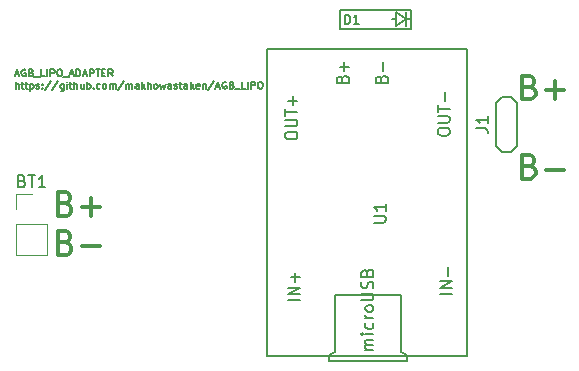
<source format=gto>
G04 #@! TF.GenerationSoftware,KiCad,Pcbnew,(5.1.5)-2*
G04 #@! TF.CreationDate,2020-01-26T14:31:08-07:00*
G04 #@! TF.ProjectId,AGB_LIPO,4147425f-4c49-4504-9f2e-6b696361645f,rev?*
G04 #@! TF.SameCoordinates,Original*
G04 #@! TF.FileFunction,Legend,Top*
G04 #@! TF.FilePolarity,Positive*
%FSLAX46Y46*%
G04 Gerber Fmt 4.6, Leading zero omitted, Abs format (unit mm)*
G04 Created by KiCad (PCBNEW (5.1.5)-2) date 2020-01-26 14:31:08*
%MOMM*%
%LPD*%
G04 APERTURE LIST*
%ADD10C,0.150000*%
%ADD11C,0.300000*%
%ADD12C,0.120000*%
G04 APERTURE END LIST*
D10*
X75633214Y-26075000D02*
X75918929Y-26075000D01*
X75576071Y-26246428D02*
X75776071Y-25646428D01*
X75976071Y-26246428D01*
X76490357Y-25675000D02*
X76433214Y-25646428D01*
X76347500Y-25646428D01*
X76261786Y-25675000D01*
X76204643Y-25732142D01*
X76176071Y-25789285D01*
X76147500Y-25903571D01*
X76147500Y-25989285D01*
X76176071Y-26103571D01*
X76204643Y-26160714D01*
X76261786Y-26217857D01*
X76347500Y-26246428D01*
X76404643Y-26246428D01*
X76490357Y-26217857D01*
X76518929Y-26189285D01*
X76518929Y-25989285D01*
X76404643Y-25989285D01*
X76976071Y-25932142D02*
X77061786Y-25960714D01*
X77090357Y-25989285D01*
X77118929Y-26046428D01*
X77118929Y-26132142D01*
X77090357Y-26189285D01*
X77061786Y-26217857D01*
X77004643Y-26246428D01*
X76776071Y-26246428D01*
X76776071Y-25646428D01*
X76976071Y-25646428D01*
X77033214Y-25675000D01*
X77061786Y-25703571D01*
X77090357Y-25760714D01*
X77090357Y-25817857D01*
X77061786Y-25875000D01*
X77033214Y-25903571D01*
X76976071Y-25932142D01*
X76776071Y-25932142D01*
X77233214Y-26303571D02*
X77690357Y-26303571D01*
X78118929Y-26246428D02*
X77833214Y-26246428D01*
X77833214Y-25646428D01*
X78318929Y-26246428D02*
X78318929Y-25646428D01*
X78604643Y-26246428D02*
X78604643Y-25646428D01*
X78833214Y-25646428D01*
X78890357Y-25675000D01*
X78918929Y-25703571D01*
X78947500Y-25760714D01*
X78947500Y-25846428D01*
X78918929Y-25903571D01*
X78890357Y-25932142D01*
X78833214Y-25960714D01*
X78604643Y-25960714D01*
X79318929Y-25646428D02*
X79433214Y-25646428D01*
X79490357Y-25675000D01*
X79547500Y-25732142D01*
X79576071Y-25846428D01*
X79576071Y-26046428D01*
X79547500Y-26160714D01*
X79490357Y-26217857D01*
X79433214Y-26246428D01*
X79318929Y-26246428D01*
X79261786Y-26217857D01*
X79204643Y-26160714D01*
X79176071Y-26046428D01*
X79176071Y-25846428D01*
X79204643Y-25732142D01*
X79261786Y-25675000D01*
X79318929Y-25646428D01*
X79690357Y-26303571D02*
X80147500Y-26303571D01*
X80261786Y-26075000D02*
X80547500Y-26075000D01*
X80204643Y-26246428D02*
X80404643Y-25646428D01*
X80604643Y-26246428D01*
X80804643Y-26246428D02*
X80804643Y-25646428D01*
X80947500Y-25646428D01*
X81033214Y-25675000D01*
X81090357Y-25732142D01*
X81118929Y-25789285D01*
X81147500Y-25903571D01*
X81147500Y-25989285D01*
X81118929Y-26103571D01*
X81090357Y-26160714D01*
X81033214Y-26217857D01*
X80947500Y-26246428D01*
X80804643Y-26246428D01*
X81376071Y-26075000D02*
X81661786Y-26075000D01*
X81318929Y-26246428D02*
X81518929Y-25646428D01*
X81718929Y-26246428D01*
X81918929Y-26246428D02*
X81918929Y-25646428D01*
X82147500Y-25646428D01*
X82204643Y-25675000D01*
X82233214Y-25703571D01*
X82261786Y-25760714D01*
X82261786Y-25846428D01*
X82233214Y-25903571D01*
X82204643Y-25932142D01*
X82147500Y-25960714D01*
X81918929Y-25960714D01*
X82433214Y-25646428D02*
X82776071Y-25646428D01*
X82604643Y-26246428D02*
X82604643Y-25646428D01*
X82976071Y-25932142D02*
X83176071Y-25932142D01*
X83261786Y-26246428D02*
X82976071Y-26246428D01*
X82976071Y-25646428D01*
X83261786Y-25646428D01*
X83861786Y-26246428D02*
X83661786Y-25960714D01*
X83518929Y-26246428D02*
X83518929Y-25646428D01*
X83747500Y-25646428D01*
X83804643Y-25675000D01*
X83833214Y-25703571D01*
X83861786Y-25760714D01*
X83861786Y-25846428D01*
X83833214Y-25903571D01*
X83804643Y-25932142D01*
X83747500Y-25960714D01*
X83518929Y-25960714D01*
X75661786Y-27296428D02*
X75661786Y-26696428D01*
X75918929Y-27296428D02*
X75918929Y-26982142D01*
X75890357Y-26925000D01*
X75833214Y-26896428D01*
X75747500Y-26896428D01*
X75690357Y-26925000D01*
X75661786Y-26953571D01*
X76118929Y-26896428D02*
X76347500Y-26896428D01*
X76204643Y-26696428D02*
X76204643Y-27210714D01*
X76233214Y-27267857D01*
X76290357Y-27296428D01*
X76347500Y-27296428D01*
X76461786Y-26896428D02*
X76690357Y-26896428D01*
X76547500Y-26696428D02*
X76547500Y-27210714D01*
X76576071Y-27267857D01*
X76633214Y-27296428D01*
X76690357Y-27296428D01*
X76890357Y-26896428D02*
X76890357Y-27496428D01*
X76890357Y-26925000D02*
X76947500Y-26896428D01*
X77061786Y-26896428D01*
X77118929Y-26925000D01*
X77147500Y-26953571D01*
X77176071Y-27010714D01*
X77176071Y-27182142D01*
X77147500Y-27239285D01*
X77118929Y-27267857D01*
X77061786Y-27296428D01*
X76947500Y-27296428D01*
X76890357Y-27267857D01*
X77404643Y-27267857D02*
X77461786Y-27296428D01*
X77576071Y-27296428D01*
X77633214Y-27267857D01*
X77661786Y-27210714D01*
X77661786Y-27182142D01*
X77633214Y-27125000D01*
X77576071Y-27096428D01*
X77490357Y-27096428D01*
X77433214Y-27067857D01*
X77404643Y-27010714D01*
X77404643Y-26982142D01*
X77433214Y-26925000D01*
X77490357Y-26896428D01*
X77576071Y-26896428D01*
X77633214Y-26925000D01*
X77918929Y-27239285D02*
X77947500Y-27267857D01*
X77918929Y-27296428D01*
X77890357Y-27267857D01*
X77918929Y-27239285D01*
X77918929Y-27296428D01*
X77918929Y-26925000D02*
X77947500Y-26953571D01*
X77918929Y-26982142D01*
X77890357Y-26953571D01*
X77918929Y-26925000D01*
X77918929Y-26982142D01*
X78633214Y-26667857D02*
X78118929Y-27439285D01*
X79261786Y-26667857D02*
X78747500Y-27439285D01*
X79718929Y-26896428D02*
X79718929Y-27382142D01*
X79690357Y-27439285D01*
X79661786Y-27467857D01*
X79604643Y-27496428D01*
X79518929Y-27496428D01*
X79461786Y-27467857D01*
X79718929Y-27267857D02*
X79661786Y-27296428D01*
X79547500Y-27296428D01*
X79490357Y-27267857D01*
X79461786Y-27239285D01*
X79433214Y-27182142D01*
X79433214Y-27010714D01*
X79461786Y-26953571D01*
X79490357Y-26925000D01*
X79547500Y-26896428D01*
X79661786Y-26896428D01*
X79718929Y-26925000D01*
X80004643Y-27296428D02*
X80004643Y-26896428D01*
X80004643Y-26696428D02*
X79976071Y-26725000D01*
X80004643Y-26753571D01*
X80033214Y-26725000D01*
X80004643Y-26696428D01*
X80004643Y-26753571D01*
X80204643Y-26896428D02*
X80433214Y-26896428D01*
X80290357Y-26696428D02*
X80290357Y-27210714D01*
X80318929Y-27267857D01*
X80376071Y-27296428D01*
X80433214Y-27296428D01*
X80633214Y-27296428D02*
X80633214Y-26696428D01*
X80890357Y-27296428D02*
X80890357Y-26982142D01*
X80861786Y-26925000D01*
X80804643Y-26896428D01*
X80718929Y-26896428D01*
X80661786Y-26925000D01*
X80633214Y-26953571D01*
X81433214Y-26896428D02*
X81433214Y-27296428D01*
X81176071Y-26896428D02*
X81176071Y-27210714D01*
X81204643Y-27267857D01*
X81261786Y-27296428D01*
X81347500Y-27296428D01*
X81404643Y-27267857D01*
X81433214Y-27239285D01*
X81718929Y-27296428D02*
X81718929Y-26696428D01*
X81718929Y-26925000D02*
X81776071Y-26896428D01*
X81890357Y-26896428D01*
X81947500Y-26925000D01*
X81976071Y-26953571D01*
X82004643Y-27010714D01*
X82004643Y-27182142D01*
X81976071Y-27239285D01*
X81947500Y-27267857D01*
X81890357Y-27296428D01*
X81776071Y-27296428D01*
X81718929Y-27267857D01*
X82261786Y-27239285D02*
X82290357Y-27267857D01*
X82261786Y-27296428D01*
X82233214Y-27267857D01*
X82261786Y-27239285D01*
X82261786Y-27296428D01*
X82804643Y-27267857D02*
X82747500Y-27296428D01*
X82633214Y-27296428D01*
X82576071Y-27267857D01*
X82547500Y-27239285D01*
X82518929Y-27182142D01*
X82518929Y-27010714D01*
X82547500Y-26953571D01*
X82576071Y-26925000D01*
X82633214Y-26896428D01*
X82747500Y-26896428D01*
X82804643Y-26925000D01*
X83147500Y-27296428D02*
X83090357Y-27267857D01*
X83061786Y-27239285D01*
X83033214Y-27182142D01*
X83033214Y-27010714D01*
X83061786Y-26953571D01*
X83090357Y-26925000D01*
X83147500Y-26896428D01*
X83233214Y-26896428D01*
X83290357Y-26925000D01*
X83318929Y-26953571D01*
X83347500Y-27010714D01*
X83347500Y-27182142D01*
X83318929Y-27239285D01*
X83290357Y-27267857D01*
X83233214Y-27296428D01*
X83147500Y-27296428D01*
X83604643Y-27296428D02*
X83604643Y-26896428D01*
X83604643Y-26953571D02*
X83633214Y-26925000D01*
X83690357Y-26896428D01*
X83776071Y-26896428D01*
X83833214Y-26925000D01*
X83861786Y-26982142D01*
X83861786Y-27296428D01*
X83861786Y-26982142D02*
X83890357Y-26925000D01*
X83947500Y-26896428D01*
X84033214Y-26896428D01*
X84090357Y-26925000D01*
X84118929Y-26982142D01*
X84118929Y-27296428D01*
X84833214Y-26667857D02*
X84318929Y-27439285D01*
X85033214Y-27296428D02*
X85033214Y-26896428D01*
X85033214Y-26953571D02*
X85061786Y-26925000D01*
X85118929Y-26896428D01*
X85204643Y-26896428D01*
X85261786Y-26925000D01*
X85290357Y-26982142D01*
X85290357Y-27296428D01*
X85290357Y-26982142D02*
X85318929Y-26925000D01*
X85376071Y-26896428D01*
X85461786Y-26896428D01*
X85518929Y-26925000D01*
X85547500Y-26982142D01*
X85547500Y-27296428D01*
X86090357Y-27296428D02*
X86090357Y-26982142D01*
X86061786Y-26925000D01*
X86004643Y-26896428D01*
X85890357Y-26896428D01*
X85833214Y-26925000D01*
X86090357Y-27267857D02*
X86033214Y-27296428D01*
X85890357Y-27296428D01*
X85833214Y-27267857D01*
X85804643Y-27210714D01*
X85804643Y-27153571D01*
X85833214Y-27096428D01*
X85890357Y-27067857D01*
X86033214Y-27067857D01*
X86090357Y-27039285D01*
X86376071Y-27296428D02*
X86376071Y-26696428D01*
X86433214Y-27067857D02*
X86604643Y-27296428D01*
X86604643Y-26896428D02*
X86376071Y-27125000D01*
X86861786Y-27296428D02*
X86861786Y-26696428D01*
X87118929Y-27296428D02*
X87118929Y-26982142D01*
X87090357Y-26925000D01*
X87033214Y-26896428D01*
X86947500Y-26896428D01*
X86890357Y-26925000D01*
X86861786Y-26953571D01*
X87490357Y-27296428D02*
X87433214Y-27267857D01*
X87404643Y-27239285D01*
X87376071Y-27182142D01*
X87376071Y-27010714D01*
X87404643Y-26953571D01*
X87433214Y-26925000D01*
X87490357Y-26896428D01*
X87576071Y-26896428D01*
X87633214Y-26925000D01*
X87661786Y-26953571D01*
X87690357Y-27010714D01*
X87690357Y-27182142D01*
X87661786Y-27239285D01*
X87633214Y-27267857D01*
X87576071Y-27296428D01*
X87490357Y-27296428D01*
X87890357Y-26896428D02*
X88004643Y-27296428D01*
X88118929Y-27010714D01*
X88233214Y-27296428D01*
X88347500Y-26896428D01*
X88833214Y-27296428D02*
X88833214Y-26982142D01*
X88804643Y-26925000D01*
X88747500Y-26896428D01*
X88633214Y-26896428D01*
X88576071Y-26925000D01*
X88833214Y-27267857D02*
X88776071Y-27296428D01*
X88633214Y-27296428D01*
X88576071Y-27267857D01*
X88547500Y-27210714D01*
X88547500Y-27153571D01*
X88576071Y-27096428D01*
X88633214Y-27067857D01*
X88776071Y-27067857D01*
X88833214Y-27039285D01*
X89090357Y-27267857D02*
X89147500Y-27296428D01*
X89261786Y-27296428D01*
X89318929Y-27267857D01*
X89347500Y-27210714D01*
X89347500Y-27182142D01*
X89318929Y-27125000D01*
X89261786Y-27096428D01*
X89176071Y-27096428D01*
X89118929Y-27067857D01*
X89090357Y-27010714D01*
X89090357Y-26982142D01*
X89118929Y-26925000D01*
X89176071Y-26896428D01*
X89261786Y-26896428D01*
X89318929Y-26925000D01*
X89518929Y-26896428D02*
X89747500Y-26896428D01*
X89604643Y-26696428D02*
X89604643Y-27210714D01*
X89633214Y-27267857D01*
X89690357Y-27296428D01*
X89747500Y-27296428D01*
X90204643Y-27296428D02*
X90204643Y-26982142D01*
X90176071Y-26925000D01*
X90118929Y-26896428D01*
X90004643Y-26896428D01*
X89947500Y-26925000D01*
X90204643Y-27267857D02*
X90147500Y-27296428D01*
X90004643Y-27296428D01*
X89947500Y-27267857D01*
X89918929Y-27210714D01*
X89918929Y-27153571D01*
X89947500Y-27096428D01*
X90004643Y-27067857D01*
X90147500Y-27067857D01*
X90204643Y-27039285D01*
X90490357Y-27296428D02*
X90490357Y-26696428D01*
X90547500Y-27067857D02*
X90718929Y-27296428D01*
X90718929Y-26896428D02*
X90490357Y-27125000D01*
X91204643Y-27267857D02*
X91147500Y-27296428D01*
X91033214Y-27296428D01*
X90976071Y-27267857D01*
X90947500Y-27210714D01*
X90947500Y-26982142D01*
X90976071Y-26925000D01*
X91033214Y-26896428D01*
X91147500Y-26896428D01*
X91204643Y-26925000D01*
X91233214Y-26982142D01*
X91233214Y-27039285D01*
X90947500Y-27096428D01*
X91490357Y-26896428D02*
X91490357Y-27296428D01*
X91490357Y-26953571D02*
X91518929Y-26925000D01*
X91576071Y-26896428D01*
X91661786Y-26896428D01*
X91718929Y-26925000D01*
X91747500Y-26982142D01*
X91747500Y-27296428D01*
X92461786Y-26667857D02*
X91947500Y-27439285D01*
X92633214Y-27125000D02*
X92918929Y-27125000D01*
X92576071Y-27296428D02*
X92776071Y-26696428D01*
X92976071Y-27296428D01*
X93490357Y-26725000D02*
X93433214Y-26696428D01*
X93347500Y-26696428D01*
X93261786Y-26725000D01*
X93204643Y-26782142D01*
X93176071Y-26839285D01*
X93147500Y-26953571D01*
X93147500Y-27039285D01*
X93176071Y-27153571D01*
X93204643Y-27210714D01*
X93261786Y-27267857D01*
X93347500Y-27296428D01*
X93404643Y-27296428D01*
X93490357Y-27267857D01*
X93518929Y-27239285D01*
X93518929Y-27039285D01*
X93404643Y-27039285D01*
X93976071Y-26982142D02*
X94061786Y-27010714D01*
X94090357Y-27039285D01*
X94118929Y-27096428D01*
X94118929Y-27182142D01*
X94090357Y-27239285D01*
X94061786Y-27267857D01*
X94004643Y-27296428D01*
X93776071Y-27296428D01*
X93776071Y-26696428D01*
X93976071Y-26696428D01*
X94033214Y-26725000D01*
X94061786Y-26753571D01*
X94090357Y-26810714D01*
X94090357Y-26867857D01*
X94061786Y-26925000D01*
X94033214Y-26953571D01*
X93976071Y-26982142D01*
X93776071Y-26982142D01*
X94233214Y-27353571D02*
X94690357Y-27353571D01*
X95118929Y-27296428D02*
X94833214Y-27296428D01*
X94833214Y-26696428D01*
X95318929Y-27296428D02*
X95318929Y-26696428D01*
X95604643Y-27296428D02*
X95604643Y-26696428D01*
X95833214Y-26696428D01*
X95890357Y-26725000D01*
X95918929Y-26753571D01*
X95947500Y-26810714D01*
X95947500Y-26896428D01*
X95918929Y-26953571D01*
X95890357Y-26982142D01*
X95833214Y-27010714D01*
X95604643Y-27010714D01*
X96318929Y-26696428D02*
X96433214Y-26696428D01*
X96490357Y-26725000D01*
X96547500Y-26782142D01*
X96576071Y-26896428D01*
X96576071Y-27096428D01*
X96547500Y-27210714D01*
X96490357Y-27267857D01*
X96433214Y-27296428D01*
X96318929Y-27296428D01*
X96261786Y-27267857D01*
X96204643Y-27210714D01*
X96176071Y-27096428D01*
X96176071Y-26896428D01*
X96204643Y-26782142D01*
X96261786Y-26725000D01*
X96318929Y-26696428D01*
D11*
X119204761Y-33857142D02*
X119490476Y-33952380D01*
X119585714Y-34047619D01*
X119680952Y-34238095D01*
X119680952Y-34523809D01*
X119585714Y-34714285D01*
X119490476Y-34809523D01*
X119300000Y-34904761D01*
X118538095Y-34904761D01*
X118538095Y-32904761D01*
X119204761Y-32904761D01*
X119395238Y-33000000D01*
X119490476Y-33095238D01*
X119585714Y-33285714D01*
X119585714Y-33476190D01*
X119490476Y-33666666D01*
X119395238Y-33761904D01*
X119204761Y-33857142D01*
X118538095Y-33857142D01*
X120538095Y-34142857D02*
X122061904Y-34142857D01*
X119204761Y-27157142D02*
X119490476Y-27252380D01*
X119585714Y-27347619D01*
X119680952Y-27538095D01*
X119680952Y-27823809D01*
X119585714Y-28014285D01*
X119490476Y-28109523D01*
X119300000Y-28204761D01*
X118538095Y-28204761D01*
X118538095Y-26204761D01*
X119204761Y-26204761D01*
X119395238Y-26300000D01*
X119490476Y-26395238D01*
X119585714Y-26585714D01*
X119585714Y-26776190D01*
X119490476Y-26966666D01*
X119395238Y-27061904D01*
X119204761Y-27157142D01*
X118538095Y-27157142D01*
X120538095Y-27442857D02*
X122061904Y-27442857D01*
X121300000Y-28204761D02*
X121300000Y-26680952D01*
X79904761Y-37007142D02*
X80190476Y-37102380D01*
X80285714Y-37197619D01*
X80380952Y-37388095D01*
X80380952Y-37673809D01*
X80285714Y-37864285D01*
X80190476Y-37959523D01*
X80000000Y-38054761D01*
X79238095Y-38054761D01*
X79238095Y-36054761D01*
X79904761Y-36054761D01*
X80095238Y-36150000D01*
X80190476Y-36245238D01*
X80285714Y-36435714D01*
X80285714Y-36626190D01*
X80190476Y-36816666D01*
X80095238Y-36911904D01*
X79904761Y-37007142D01*
X79238095Y-37007142D01*
X81238095Y-37292857D02*
X82761904Y-37292857D01*
X82000000Y-38054761D02*
X82000000Y-36530952D01*
X79904761Y-40307142D02*
X80190476Y-40402380D01*
X80285714Y-40497619D01*
X80380952Y-40688095D01*
X80380952Y-40973809D01*
X80285714Y-41164285D01*
X80190476Y-41259523D01*
X80000000Y-41354761D01*
X79238095Y-41354761D01*
X79238095Y-39354761D01*
X79904761Y-39354761D01*
X80095238Y-39450000D01*
X80190476Y-39545238D01*
X80285714Y-39735714D01*
X80285714Y-39926190D01*
X80190476Y-40116666D01*
X80095238Y-40211904D01*
X79904761Y-40307142D01*
X79238095Y-40307142D01*
X81238095Y-40592857D02*
X82761904Y-40592857D01*
D10*
X96900000Y-23894000D02*
X113900000Y-23894000D01*
X113900000Y-49896000D02*
X96900000Y-49896000D01*
X108280000Y-44768000D02*
X108280000Y-49340000D01*
X102692000Y-44768000D02*
X108280000Y-44768000D01*
X102692000Y-49594000D02*
X102692000Y-44768000D01*
X102184000Y-49848000D02*
X102692000Y-49594000D01*
X102184000Y-50356000D02*
X102184000Y-49848000D01*
X108280000Y-49594000D02*
X108280000Y-49340000D01*
X108788000Y-49848000D02*
X108280000Y-49594000D01*
X108788000Y-50356000D02*
X108788000Y-49848000D01*
X108760000Y-50370000D02*
X102210000Y-50370000D01*
X96900000Y-49900000D02*
X96900000Y-23900000D01*
X113900000Y-49890000D02*
X113900000Y-23900000D01*
X116800000Y-32630000D02*
X116300000Y-32130000D01*
X117600000Y-32630000D02*
X116800000Y-32630000D01*
X118100000Y-32130000D02*
X117600000Y-32630000D01*
X118100000Y-28530000D02*
X118100000Y-32130000D01*
X117600000Y-28030000D02*
X118100000Y-28530000D01*
X116800000Y-28030000D02*
X117600000Y-28030000D01*
X116300000Y-28530000D02*
X116800000Y-28030000D01*
X116300000Y-32130000D02*
X116300000Y-28530000D01*
X107900000Y-20800000D02*
X107900000Y-22000000D01*
X108700000Y-20800000D02*
X108700000Y-22000000D01*
X107900000Y-20800000D02*
X108700000Y-21400000D01*
X108700000Y-21400000D02*
X107900000Y-22000000D01*
X108700000Y-21400000D02*
X109100000Y-21400000D01*
X107900000Y-21400000D02*
X107500000Y-21400000D01*
X103100000Y-20600000D02*
X103100000Y-22200000D01*
X103100000Y-22200000D02*
X109100000Y-22200000D01*
X109100000Y-22200000D02*
X109100000Y-20600000D01*
X109100000Y-20600000D02*
X103100000Y-20600000D01*
D12*
X75670000Y-36170000D02*
X77000000Y-36170000D01*
X75670000Y-37500000D02*
X75670000Y-36170000D01*
X75670000Y-38770000D02*
X78330000Y-38770000D01*
X78330000Y-38770000D02*
X78330000Y-41370000D01*
X75670000Y-38770000D02*
X75670000Y-41370000D01*
X75670000Y-41370000D02*
X78330000Y-41370000D01*
D10*
X105982380Y-38627904D02*
X106791904Y-38627904D01*
X106887142Y-38580285D01*
X106934761Y-38532666D01*
X106982380Y-38437428D01*
X106982380Y-38246952D01*
X106934761Y-38151714D01*
X106887142Y-38104095D01*
X106791904Y-38056476D01*
X105982380Y-38056476D01*
X106982380Y-37056476D02*
X106982380Y-37627904D01*
X106982380Y-37342190D02*
X105982380Y-37342190D01*
X106125238Y-37437428D01*
X106220476Y-37532666D01*
X106268095Y-37627904D01*
X99722380Y-45172857D02*
X98722380Y-45172857D01*
X99722380Y-44696666D02*
X98722380Y-44696666D01*
X99722380Y-44125238D01*
X98722380Y-44125238D01*
X99341428Y-43649047D02*
X99341428Y-42887142D01*
X99722380Y-43268095D02*
X98960476Y-43268095D01*
X112612380Y-44642857D02*
X111612380Y-44642857D01*
X112612380Y-44166666D02*
X111612380Y-44166666D01*
X112612380Y-43595238D01*
X111612380Y-43595238D01*
X112231428Y-43119047D02*
X112231428Y-42357142D01*
X98504380Y-31349047D02*
X98504380Y-31158571D01*
X98552000Y-31063333D01*
X98647238Y-30968095D01*
X98837714Y-30920476D01*
X99171047Y-30920476D01*
X99361523Y-30968095D01*
X99456761Y-31063333D01*
X99504380Y-31158571D01*
X99504380Y-31349047D01*
X99456761Y-31444285D01*
X99361523Y-31539523D01*
X99171047Y-31587142D01*
X98837714Y-31587142D01*
X98647238Y-31539523D01*
X98552000Y-31444285D01*
X98504380Y-31349047D01*
X98504380Y-30491904D02*
X99313904Y-30491904D01*
X99409142Y-30444285D01*
X99456761Y-30396666D01*
X99504380Y-30301428D01*
X99504380Y-30110952D01*
X99456761Y-30015714D01*
X99409142Y-29968095D01*
X99313904Y-29920476D01*
X98504380Y-29920476D01*
X98504380Y-29587142D02*
X98504380Y-29015714D01*
X99504380Y-29301428D02*
X98504380Y-29301428D01*
X99123428Y-28682380D02*
X99123428Y-27920476D01*
X99504380Y-28301428D02*
X98742476Y-28301428D01*
X111408380Y-31029047D02*
X111408380Y-30838571D01*
X111456000Y-30743333D01*
X111551238Y-30648095D01*
X111741714Y-30600476D01*
X112075047Y-30600476D01*
X112265523Y-30648095D01*
X112360761Y-30743333D01*
X112408380Y-30838571D01*
X112408380Y-31029047D01*
X112360761Y-31124285D01*
X112265523Y-31219523D01*
X112075047Y-31267142D01*
X111741714Y-31267142D01*
X111551238Y-31219523D01*
X111456000Y-31124285D01*
X111408380Y-31029047D01*
X111408380Y-30171904D02*
X112217904Y-30171904D01*
X112313142Y-30124285D01*
X112360761Y-30076666D01*
X112408380Y-29981428D01*
X112408380Y-29790952D01*
X112360761Y-29695714D01*
X112313142Y-29648095D01*
X112217904Y-29600476D01*
X111408380Y-29600476D01*
X111408380Y-29267142D02*
X111408380Y-28695714D01*
X112408380Y-28981428D02*
X111408380Y-28981428D01*
X112027428Y-28362380D02*
X112027428Y-27600476D01*
X103316571Y-26473619D02*
X103364190Y-26330761D01*
X103411809Y-26283142D01*
X103507047Y-26235523D01*
X103649904Y-26235523D01*
X103745142Y-26283142D01*
X103792761Y-26330761D01*
X103840380Y-26426000D01*
X103840380Y-26806952D01*
X102840380Y-26806952D01*
X102840380Y-26473619D01*
X102888000Y-26378380D01*
X102935619Y-26330761D01*
X103030857Y-26283142D01*
X103126095Y-26283142D01*
X103221333Y-26330761D01*
X103268952Y-26378380D01*
X103316571Y-26473619D01*
X103316571Y-26806952D01*
X103459428Y-25806952D02*
X103459428Y-25045047D01*
X103840380Y-25426000D02*
X103078476Y-25426000D01*
X106618571Y-26473619D02*
X106666190Y-26330761D01*
X106713809Y-26283142D01*
X106809047Y-26235523D01*
X106951904Y-26235523D01*
X107047142Y-26283142D01*
X107094761Y-26330761D01*
X107142380Y-26426000D01*
X107142380Y-26806952D01*
X106142380Y-26806952D01*
X106142380Y-26473619D01*
X106190000Y-26378380D01*
X106237619Y-26330761D01*
X106332857Y-26283142D01*
X106428095Y-26283142D01*
X106523333Y-26330761D01*
X106570952Y-26378380D01*
X106618571Y-26473619D01*
X106618571Y-26806952D01*
X106761428Y-25806952D02*
X106761428Y-25045047D01*
X105938380Y-49395142D02*
X105271714Y-49395142D01*
X105366952Y-49395142D02*
X105319333Y-49347523D01*
X105271714Y-49252285D01*
X105271714Y-49109428D01*
X105319333Y-49014190D01*
X105414571Y-48966571D01*
X105938380Y-48966571D01*
X105414571Y-48966571D02*
X105319333Y-48918952D01*
X105271714Y-48823714D01*
X105271714Y-48680857D01*
X105319333Y-48585619D01*
X105414571Y-48538000D01*
X105938380Y-48538000D01*
X105938380Y-48061809D02*
X105271714Y-48061809D01*
X104938380Y-48061809D02*
X104986000Y-48109428D01*
X105033619Y-48061809D01*
X104986000Y-48014190D01*
X104938380Y-48061809D01*
X105033619Y-48061809D01*
X105890761Y-47157047D02*
X105938380Y-47252285D01*
X105938380Y-47442761D01*
X105890761Y-47538000D01*
X105843142Y-47585619D01*
X105747904Y-47633238D01*
X105462190Y-47633238D01*
X105366952Y-47585619D01*
X105319333Y-47538000D01*
X105271714Y-47442761D01*
X105271714Y-47252285D01*
X105319333Y-47157047D01*
X105938380Y-46728476D02*
X105271714Y-46728476D01*
X105462190Y-46728476D02*
X105366952Y-46680857D01*
X105319333Y-46633238D01*
X105271714Y-46538000D01*
X105271714Y-46442761D01*
X105938380Y-45966571D02*
X105890761Y-46061809D01*
X105843142Y-46109428D01*
X105747904Y-46157047D01*
X105462190Y-46157047D01*
X105366952Y-46109428D01*
X105319333Y-46061809D01*
X105271714Y-45966571D01*
X105271714Y-45823714D01*
X105319333Y-45728476D01*
X105366952Y-45680857D01*
X105462190Y-45633238D01*
X105747904Y-45633238D01*
X105843142Y-45680857D01*
X105890761Y-45728476D01*
X105938380Y-45823714D01*
X105938380Y-45966571D01*
X104938380Y-45204666D02*
X105747904Y-45204666D01*
X105843142Y-45157047D01*
X105890761Y-45109428D01*
X105938380Y-45014190D01*
X105938380Y-44823714D01*
X105890761Y-44728476D01*
X105843142Y-44680857D01*
X105747904Y-44633238D01*
X104938380Y-44633238D01*
X105890761Y-44204666D02*
X105938380Y-44061809D01*
X105938380Y-43823714D01*
X105890761Y-43728476D01*
X105843142Y-43680857D01*
X105747904Y-43633238D01*
X105652666Y-43633238D01*
X105557428Y-43680857D01*
X105509809Y-43728476D01*
X105462190Y-43823714D01*
X105414571Y-44014190D01*
X105366952Y-44109428D01*
X105319333Y-44157047D01*
X105224095Y-44204666D01*
X105128857Y-44204666D01*
X105033619Y-44157047D01*
X104986000Y-44109428D01*
X104938380Y-44014190D01*
X104938380Y-43776095D01*
X104986000Y-43633238D01*
X105414571Y-42871333D02*
X105462190Y-42728476D01*
X105509809Y-42680857D01*
X105605047Y-42633238D01*
X105747904Y-42633238D01*
X105843142Y-42680857D01*
X105890761Y-42728476D01*
X105938380Y-42823714D01*
X105938380Y-43204666D01*
X104938380Y-43204666D01*
X104938380Y-42871333D01*
X104986000Y-42776095D01*
X105033619Y-42728476D01*
X105128857Y-42680857D01*
X105224095Y-42680857D01*
X105319333Y-42728476D01*
X105366952Y-42776095D01*
X105414571Y-42871333D01*
X105414571Y-43204666D01*
X114652380Y-30633333D02*
X115366666Y-30633333D01*
X115509523Y-30680952D01*
X115604761Y-30776190D01*
X115652380Y-30919047D01*
X115652380Y-31014285D01*
X115652380Y-29633333D02*
X115652380Y-30204761D01*
X115652380Y-29919047D02*
X114652380Y-29919047D01*
X114795238Y-30014285D01*
X114890476Y-30109523D01*
X114938095Y-30204761D01*
X103509523Y-21812704D02*
X103509523Y-21012704D01*
X103700000Y-21012704D01*
X103814285Y-21050800D01*
X103890476Y-21126990D01*
X103928571Y-21203180D01*
X103966666Y-21355561D01*
X103966666Y-21469847D01*
X103928571Y-21622228D01*
X103890476Y-21698419D01*
X103814285Y-21774609D01*
X103700000Y-21812704D01*
X103509523Y-21812704D01*
X104728571Y-21812704D02*
X104271428Y-21812704D01*
X104500000Y-21812704D02*
X104500000Y-21012704D01*
X104423809Y-21126990D01*
X104347619Y-21203180D01*
X104271428Y-21241276D01*
X76214285Y-35098571D02*
X76357142Y-35146190D01*
X76404761Y-35193809D01*
X76452380Y-35289047D01*
X76452380Y-35431904D01*
X76404761Y-35527142D01*
X76357142Y-35574761D01*
X76261904Y-35622380D01*
X75880952Y-35622380D01*
X75880952Y-34622380D01*
X76214285Y-34622380D01*
X76309523Y-34670000D01*
X76357142Y-34717619D01*
X76404761Y-34812857D01*
X76404761Y-34908095D01*
X76357142Y-35003333D01*
X76309523Y-35050952D01*
X76214285Y-35098571D01*
X75880952Y-35098571D01*
X76738095Y-34622380D02*
X77309523Y-34622380D01*
X77023809Y-35622380D02*
X77023809Y-34622380D01*
X78166666Y-35622380D02*
X77595238Y-35622380D01*
X77880952Y-35622380D02*
X77880952Y-34622380D01*
X77785714Y-34765238D01*
X77690476Y-34860476D01*
X77595238Y-34908095D01*
M02*

</source>
